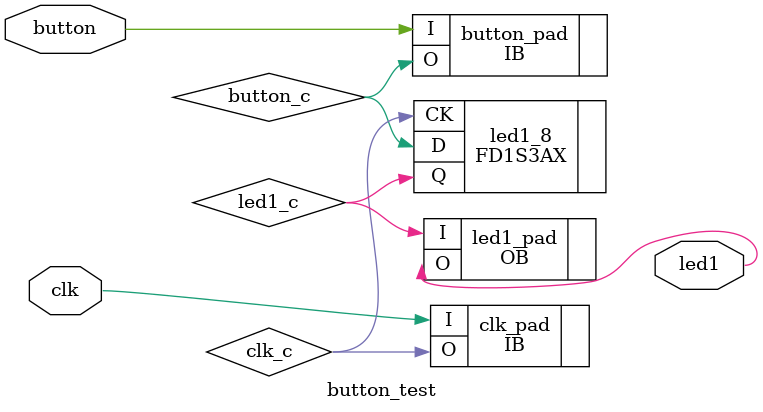
<source format=v>

module button_test (clk, button, led1);   // c:/users/ryanm/documents/diamond/ws2812_driver/button_test.vhd(5[8:19])
    input clk;   // c:/users/ryanm/documents/diamond/ws2812_driver/button_test.vhd(10[3:6])
    input button;   // c:/users/ryanm/documents/diamond/ws2812_driver/button_test.vhd(11[3:9])
    output led1;   // c:/users/ryanm/documents/diamond/ws2812_driver/button_test.vhd(12[3:7])
    
    wire clk_c /* synthesis is_clock=1, SET_AS_NETWORK=clk_c */ ;   // c:/users/ryanm/documents/diamond/ws2812_driver/button_test.vhd(10[3:6])
    
    wire GND_net, button_c, led1_c, VCC_net;
    
    VHI i17 (.Z(VCC_net));
    TSALL TSALL_INST (.TSALL(GND_net));
    OB led1_pad (.I(led1_c), .O(led1));   // c:/users/ryanm/documents/diamond/ws2812_driver/button_test.vhd(12[3:7])
    IB clk_pad (.I(clk), .O(clk_c));   // c:/users/ryanm/documents/diamond/ws2812_driver/button_test.vhd(10[3:6])
    IB button_pad (.I(button), .O(button_c));   // c:/users/ryanm/documents/diamond/ws2812_driver/button_test.vhd(11[3:9])
    GSR GSR_INST (.GSR(VCC_net));
    FD1S3AX led1_8 (.D(button_c), .CK(clk_c), .Q(led1_c));   // c:/users/ryanm/documents/diamond/ws2812_driver/button_test.vhd(18[2] 22[14])
    defparam led1_8.GSR = "ENABLED";
    PUR PUR_INST (.PUR(VCC_net));
    defparam PUR_INST.RST_PULSE = 1;
    VLO i21 (.Z(GND_net));
    
endmodule
//
// Verilog Description of module TSALL
// module not written out since it is a black-box. 
//

//
// Verilog Description of module PUR
// module not written out since it is a black-box. 
//


</source>
